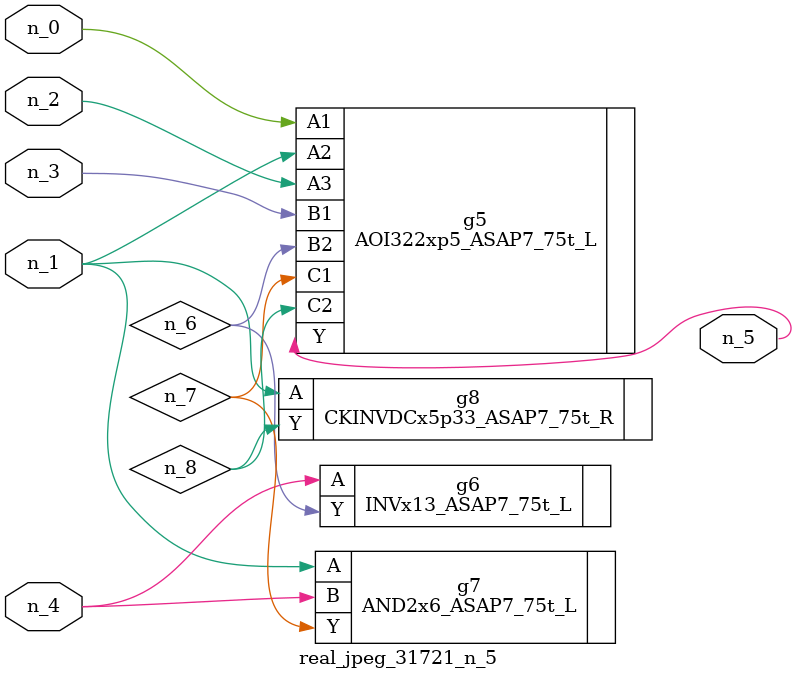
<source format=v>
module real_jpeg_31721_n_5 (n_4, n_0, n_1, n_2, n_3, n_5);

input n_4;
input n_0;
input n_1;
input n_2;
input n_3;

output n_5;

wire n_8;
wire n_6;
wire n_7;

AOI322xp5_ASAP7_75t_L g5 ( 
.A1(n_0),
.A2(n_1),
.A3(n_2),
.B1(n_3),
.B2(n_6),
.C1(n_7),
.C2(n_8),
.Y(n_5)
);

AND2x6_ASAP7_75t_L g7 ( 
.A(n_1),
.B(n_4),
.Y(n_7)
);

CKINVDCx5p33_ASAP7_75t_R g8 ( 
.A(n_1),
.Y(n_8)
);

INVx13_ASAP7_75t_L g6 ( 
.A(n_4),
.Y(n_6)
);


endmodule
</source>
